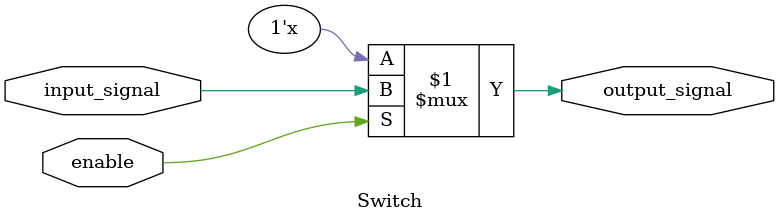
<source format=v>
module Switch (
    input  wire enable,
    input  wire input_signal,
    output wire output_signal
);

assign output_signal = enable ? input_signal : 1'bz;
endmodule

</source>
